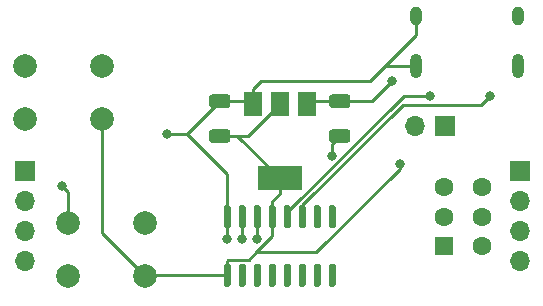
<source format=gbl>
%TF.GenerationSoftware,KiCad,Pcbnew,(5.1.9-0-10_14)*%
%TF.CreationDate,2021-03-22T12:23:30+08:00*%
%TF.ProjectId,Kernel,4b65726e-656c-42e6-9b69-6361645f7063,rev?*%
%TF.SameCoordinates,Original*%
%TF.FileFunction,Copper,L2,Bot*%
%TF.FilePolarity,Positive*%
%FSLAX46Y46*%
G04 Gerber Fmt 4.6, Leading zero omitted, Abs format (unit mm)*
G04 Created by KiCad (PCBNEW (5.1.9-0-10_14)) date 2021-03-22 12:23:30*
%MOMM*%
%LPD*%
G01*
G04 APERTURE LIST*
%TA.AperFunction,SMDPad,CuDef*%
%ADD10R,1.500000X2.000000*%
%TD*%
%TA.AperFunction,SMDPad,CuDef*%
%ADD11R,3.800000X2.000000*%
%TD*%
%TA.AperFunction,ComponentPad*%
%ADD12O,1.000000X2.100000*%
%TD*%
%TA.AperFunction,ComponentPad*%
%ADD13O,1.000000X1.600000*%
%TD*%
%TA.AperFunction,ComponentPad*%
%ADD14O,1.700000X1.700000*%
%TD*%
%TA.AperFunction,ComponentPad*%
%ADD15R,1.700000X1.700000*%
%TD*%
%TA.AperFunction,ComponentPad*%
%ADD16C,2.000000*%
%TD*%
%TA.AperFunction,ComponentPad*%
%ADD17C,1.600000*%
%TD*%
%TA.AperFunction,ComponentPad*%
%ADD18R,1.600000X1.600000*%
%TD*%
%TA.AperFunction,ViaPad*%
%ADD19C,0.800000*%
%TD*%
%TA.AperFunction,Conductor*%
%ADD20C,0.250000*%
%TD*%
G04 APERTURE END LIST*
D10*
%TO.P,U3,1*%
%TO.N,GND*%
X95490000Y-40030000D03*
%TO.P,U3,3*%
%TO.N,+5V*%
X100090000Y-40030000D03*
%TO.P,U3,2*%
%TO.N,+3V3*%
X97790000Y-40030000D03*
D11*
X97790000Y-46330000D03*
%TD*%
%TO.P,U2,16*%
%TO.N,+3V3*%
%TA.AperFunction,SMDPad,CuDef*%
G36*
G01*
X93195000Y-53570000D02*
X93495000Y-53570000D01*
G75*
G02*
X93645000Y-53720000I0J-150000D01*
G01*
X93645000Y-55370000D01*
G75*
G02*
X93495000Y-55520000I-150000J0D01*
G01*
X93195000Y-55520000D01*
G75*
G02*
X93045000Y-55370000I0J150000D01*
G01*
X93045000Y-53720000D01*
G75*
G02*
X93195000Y-53570000I150000J0D01*
G01*
G37*
%TD.AperFunction*%
%TO.P,U2,15*%
%TO.N,Net-(U2-Pad15)*%
%TA.AperFunction,SMDPad,CuDef*%
G36*
G01*
X94465000Y-53570000D02*
X94765000Y-53570000D01*
G75*
G02*
X94915000Y-53720000I0J-150000D01*
G01*
X94915000Y-55370000D01*
G75*
G02*
X94765000Y-55520000I-150000J0D01*
G01*
X94465000Y-55520000D01*
G75*
G02*
X94315000Y-55370000I0J150000D01*
G01*
X94315000Y-53720000D01*
G75*
G02*
X94465000Y-53570000I150000J0D01*
G01*
G37*
%TD.AperFunction*%
%TO.P,U2,14*%
%TO.N,Net-(U2-Pad14)*%
%TA.AperFunction,SMDPad,CuDef*%
G36*
G01*
X95735000Y-53570000D02*
X96035000Y-53570000D01*
G75*
G02*
X96185000Y-53720000I0J-150000D01*
G01*
X96185000Y-55370000D01*
G75*
G02*
X96035000Y-55520000I-150000J0D01*
G01*
X95735000Y-55520000D01*
G75*
G02*
X95585000Y-55370000I0J150000D01*
G01*
X95585000Y-53720000D01*
G75*
G02*
X95735000Y-53570000I150000J0D01*
G01*
G37*
%TD.AperFunction*%
%TO.P,U2,13*%
%TO.N,Net-(U2-Pad13)*%
%TA.AperFunction,SMDPad,CuDef*%
G36*
G01*
X97005000Y-53570000D02*
X97305000Y-53570000D01*
G75*
G02*
X97455000Y-53720000I0J-150000D01*
G01*
X97455000Y-55370000D01*
G75*
G02*
X97305000Y-55520000I-150000J0D01*
G01*
X97005000Y-55520000D01*
G75*
G02*
X96855000Y-55370000I0J150000D01*
G01*
X96855000Y-53720000D01*
G75*
G02*
X97005000Y-53570000I150000J0D01*
G01*
G37*
%TD.AperFunction*%
%TO.P,U2,12*%
%TO.N,Net-(U2-Pad12)*%
%TA.AperFunction,SMDPad,CuDef*%
G36*
G01*
X98275000Y-53570000D02*
X98575000Y-53570000D01*
G75*
G02*
X98725000Y-53720000I0J-150000D01*
G01*
X98725000Y-55370000D01*
G75*
G02*
X98575000Y-55520000I-150000J0D01*
G01*
X98275000Y-55520000D01*
G75*
G02*
X98125000Y-55370000I0J150000D01*
G01*
X98125000Y-53720000D01*
G75*
G02*
X98275000Y-53570000I150000J0D01*
G01*
G37*
%TD.AperFunction*%
%TO.P,U2,11*%
%TO.N,Net-(U2-Pad11)*%
%TA.AperFunction,SMDPad,CuDef*%
G36*
G01*
X99545000Y-53570000D02*
X99845000Y-53570000D01*
G75*
G02*
X99995000Y-53720000I0J-150000D01*
G01*
X99995000Y-55370000D01*
G75*
G02*
X99845000Y-55520000I-150000J0D01*
G01*
X99545000Y-55520000D01*
G75*
G02*
X99395000Y-55370000I0J150000D01*
G01*
X99395000Y-53720000D01*
G75*
G02*
X99545000Y-53570000I150000J0D01*
G01*
G37*
%TD.AperFunction*%
%TO.P,U2,10*%
%TO.N,Net-(U2-Pad10)*%
%TA.AperFunction,SMDPad,CuDef*%
G36*
G01*
X100815000Y-53570000D02*
X101115000Y-53570000D01*
G75*
G02*
X101265000Y-53720000I0J-150000D01*
G01*
X101265000Y-55370000D01*
G75*
G02*
X101115000Y-55520000I-150000J0D01*
G01*
X100815000Y-55520000D01*
G75*
G02*
X100665000Y-55370000I0J150000D01*
G01*
X100665000Y-53720000D01*
G75*
G02*
X100815000Y-53570000I150000J0D01*
G01*
G37*
%TD.AperFunction*%
%TO.P,U2,9*%
%TO.N,Net-(U2-Pad9)*%
%TA.AperFunction,SMDPad,CuDef*%
G36*
G01*
X102085000Y-53570000D02*
X102385000Y-53570000D01*
G75*
G02*
X102535000Y-53720000I0J-150000D01*
G01*
X102535000Y-55370000D01*
G75*
G02*
X102385000Y-55520000I-150000J0D01*
G01*
X102085000Y-55520000D01*
G75*
G02*
X101935000Y-55370000I0J150000D01*
G01*
X101935000Y-53720000D01*
G75*
G02*
X102085000Y-53570000I150000J0D01*
G01*
G37*
%TD.AperFunction*%
%TO.P,U2,8*%
%TO.N,Net-(U2-Pad8)*%
%TA.AperFunction,SMDPad,CuDef*%
G36*
G01*
X102085000Y-48620000D02*
X102385000Y-48620000D01*
G75*
G02*
X102535000Y-48770000I0J-150000D01*
G01*
X102535000Y-50420000D01*
G75*
G02*
X102385000Y-50570000I-150000J0D01*
G01*
X102085000Y-50570000D01*
G75*
G02*
X101935000Y-50420000I0J150000D01*
G01*
X101935000Y-48770000D01*
G75*
G02*
X102085000Y-48620000I150000J0D01*
G01*
G37*
%TD.AperFunction*%
%TO.P,U2,7*%
%TO.N,Net-(U2-Pad7)*%
%TA.AperFunction,SMDPad,CuDef*%
G36*
G01*
X100815000Y-48620000D02*
X101115000Y-48620000D01*
G75*
G02*
X101265000Y-48770000I0J-150000D01*
G01*
X101265000Y-50420000D01*
G75*
G02*
X101115000Y-50570000I-150000J0D01*
G01*
X100815000Y-50570000D01*
G75*
G02*
X100665000Y-50420000I0J150000D01*
G01*
X100665000Y-48770000D01*
G75*
G02*
X100815000Y-48620000I150000J0D01*
G01*
G37*
%TD.AperFunction*%
%TO.P,U2,6*%
%TO.N,Net-(J1-PadA7)*%
%TA.AperFunction,SMDPad,CuDef*%
G36*
G01*
X99545000Y-48620000D02*
X99845000Y-48620000D01*
G75*
G02*
X99995000Y-48770000I0J-150000D01*
G01*
X99995000Y-50420000D01*
G75*
G02*
X99845000Y-50570000I-150000J0D01*
G01*
X99545000Y-50570000D01*
G75*
G02*
X99395000Y-50420000I0J150000D01*
G01*
X99395000Y-48770000D01*
G75*
G02*
X99545000Y-48620000I150000J0D01*
G01*
G37*
%TD.AperFunction*%
%TO.P,U2,5*%
%TO.N,Net-(J1-PadA6)*%
%TA.AperFunction,SMDPad,CuDef*%
G36*
G01*
X98275000Y-48620000D02*
X98575000Y-48620000D01*
G75*
G02*
X98725000Y-48770000I0J-150000D01*
G01*
X98725000Y-50420000D01*
G75*
G02*
X98575000Y-50570000I-150000J0D01*
G01*
X98275000Y-50570000D01*
G75*
G02*
X98125000Y-50420000I0J150000D01*
G01*
X98125000Y-48770000D01*
G75*
G02*
X98275000Y-48620000I150000J0D01*
G01*
G37*
%TD.AperFunction*%
%TO.P,U2,4*%
%TO.N,+3V3*%
%TA.AperFunction,SMDPad,CuDef*%
G36*
G01*
X97005000Y-48620000D02*
X97305000Y-48620000D01*
G75*
G02*
X97455000Y-48770000I0J-150000D01*
G01*
X97455000Y-50420000D01*
G75*
G02*
X97305000Y-50570000I-150000J0D01*
G01*
X97005000Y-50570000D01*
G75*
G02*
X96855000Y-50420000I0J150000D01*
G01*
X96855000Y-48770000D01*
G75*
G02*
X97005000Y-48620000I150000J0D01*
G01*
G37*
%TD.AperFunction*%
%TO.P,U2,3*%
%TO.N,RXD*%
%TA.AperFunction,SMDPad,CuDef*%
G36*
G01*
X95735000Y-48620000D02*
X96035000Y-48620000D01*
G75*
G02*
X96185000Y-48770000I0J-150000D01*
G01*
X96185000Y-50420000D01*
G75*
G02*
X96035000Y-50570000I-150000J0D01*
G01*
X95735000Y-50570000D01*
G75*
G02*
X95585000Y-50420000I0J150000D01*
G01*
X95585000Y-48770000D01*
G75*
G02*
X95735000Y-48620000I150000J0D01*
G01*
G37*
%TD.AperFunction*%
%TO.P,U2,2*%
%TO.N,TXD*%
%TA.AperFunction,SMDPad,CuDef*%
G36*
G01*
X94465000Y-48620000D02*
X94765000Y-48620000D01*
G75*
G02*
X94915000Y-48770000I0J-150000D01*
G01*
X94915000Y-50420000D01*
G75*
G02*
X94765000Y-50570000I-150000J0D01*
G01*
X94465000Y-50570000D01*
G75*
G02*
X94315000Y-50420000I0J150000D01*
G01*
X94315000Y-48770000D01*
G75*
G02*
X94465000Y-48620000I150000J0D01*
G01*
G37*
%TD.AperFunction*%
%TO.P,U2,1*%
%TO.N,GND*%
%TA.AperFunction,SMDPad,CuDef*%
G36*
G01*
X93195000Y-48620000D02*
X93495000Y-48620000D01*
G75*
G02*
X93645000Y-48770000I0J-150000D01*
G01*
X93645000Y-50420000D01*
G75*
G02*
X93495000Y-50570000I-150000J0D01*
G01*
X93195000Y-50570000D01*
G75*
G02*
X93045000Y-50420000I0J150000D01*
G01*
X93045000Y-48770000D01*
G75*
G02*
X93195000Y-48620000I150000J0D01*
G01*
G37*
%TD.AperFunction*%
%TD*%
D12*
%TO.P,J1,S1*%
%TO.N,GND*%
X109345000Y-36785000D03*
X117985000Y-36785000D03*
D13*
X117985000Y-32605000D03*
X109345000Y-32605000D03*
%TD*%
%TO.P,C3,2*%
%TO.N,GND*%
%TA.AperFunction,SMDPad,CuDef*%
G36*
G01*
X93360001Y-40375000D02*
X92059999Y-40375000D01*
G75*
G02*
X91810000Y-40125001I0J249999D01*
G01*
X91810000Y-39474999D01*
G75*
G02*
X92059999Y-39225000I249999J0D01*
G01*
X93360001Y-39225000D01*
G75*
G02*
X93610000Y-39474999I0J-249999D01*
G01*
X93610000Y-40125001D01*
G75*
G02*
X93360001Y-40375000I-249999J0D01*
G01*
G37*
%TD.AperFunction*%
%TO.P,C3,1*%
%TO.N,+3V3*%
%TA.AperFunction,SMDPad,CuDef*%
G36*
G01*
X93360001Y-43325000D02*
X92059999Y-43325000D01*
G75*
G02*
X91810000Y-43075001I0J249999D01*
G01*
X91810000Y-42424999D01*
G75*
G02*
X92059999Y-42175000I249999J0D01*
G01*
X93360001Y-42175000D01*
G75*
G02*
X93610000Y-42424999I0J-249999D01*
G01*
X93610000Y-43075001D01*
G75*
G02*
X93360001Y-43325000I-249999J0D01*
G01*
G37*
%TD.AperFunction*%
%TD*%
%TO.P,C2,2*%
%TO.N,GND*%
%TA.AperFunction,SMDPad,CuDef*%
G36*
G01*
X102219999Y-42175000D02*
X103520001Y-42175000D01*
G75*
G02*
X103770000Y-42424999I0J-249999D01*
G01*
X103770000Y-43075001D01*
G75*
G02*
X103520001Y-43325000I-249999J0D01*
G01*
X102219999Y-43325000D01*
G75*
G02*
X101970000Y-43075001I0J249999D01*
G01*
X101970000Y-42424999D01*
G75*
G02*
X102219999Y-42175000I249999J0D01*
G01*
G37*
%TD.AperFunction*%
%TO.P,C2,1*%
%TO.N,+5V*%
%TA.AperFunction,SMDPad,CuDef*%
G36*
G01*
X102219999Y-39225000D02*
X103520001Y-39225000D01*
G75*
G02*
X103770000Y-39474999I0J-249999D01*
G01*
X103770000Y-40125001D01*
G75*
G02*
X103520001Y-40375000I-249999J0D01*
G01*
X102219999Y-40375000D01*
G75*
G02*
X101970000Y-40125001I0J249999D01*
G01*
X101970000Y-39474999D01*
G75*
G02*
X102219999Y-39225000I249999J0D01*
G01*
G37*
%TD.AperFunction*%
%TD*%
D14*
%TO.P,J4,2*%
%TO.N,TXD*%
X109220000Y-41910000D03*
D15*
%TO.P,J4,1*%
%TO.N,RXD*%
X111760000Y-41910000D03*
%TD*%
D16*
%TO.P,SW3,1*%
%TO.N,+3V3*%
X79860000Y-54610000D03*
%TO.P,SW3,2*%
%TO.N,IO13*%
X79860000Y-50110000D03*
%TO.P,SW3,1*%
%TO.N,+3V3*%
X86360000Y-54610000D03*
%TO.P,SW3,2*%
%TO.N,IO13*%
X86360000Y-50110000D03*
%TD*%
%TO.P,SW2,1*%
%TO.N,RST*%
X82700000Y-36830000D03*
%TO.P,SW2,2*%
%TO.N,+3V3*%
X82700000Y-41330000D03*
%TO.P,SW2,1*%
%TO.N,RST*%
X76200000Y-36830000D03*
%TO.P,SW2,2*%
%TO.N,+3V3*%
X76200000Y-41330000D03*
%TD*%
D14*
%TO.P,J3,4*%
%TO.N,GND*%
X118110000Y-53340000D03*
%TO.P,J3,3*%
%TO.N,IO2*%
X118110000Y-50800000D03*
%TO.P,J3,2*%
%TO.N,IO4*%
X118110000Y-48260000D03*
D15*
%TO.P,J3,1*%
%TO.N,IO5*%
X118110000Y-45720000D03*
%TD*%
D14*
%TO.P,J2,4*%
%TO.N,+3V3*%
X76200000Y-53340000D03*
%TO.P,J2,3*%
%TO.N,IO12*%
X76200000Y-50800000D03*
%TO.P,J2,2*%
%TO.N,IO14*%
X76200000Y-48260000D03*
D15*
%TO.P,J2,1*%
%TO.N,IO16*%
X76200000Y-45720000D03*
%TD*%
D17*
%TO.P,SW1,6*%
%TO.N,N/C*%
X114935000Y-47070000D03*
%TO.P,SW1,5*%
X114935000Y-49570000D03*
%TO.P,SW1,4*%
X114935000Y-52070000D03*
%TO.P,SW1,3*%
%TO.N,Net-(R1-Pad2)*%
X111735000Y-47070000D03*
%TO.P,SW1,2*%
%TO.N,IO0*%
X111735000Y-49570000D03*
D18*
%TO.P,SW1,1*%
%TO.N,GND*%
X111735000Y-52070000D03*
%TD*%
D19*
%TO.N,+3V3*%
X107950000Y-45085000D03*
%TO.N,GND*%
X93345000Y-51435000D03*
X102235000Y-44450000D03*
X88265000Y-42545000D03*
%TO.N,RXD*%
X95885000Y-51435000D03*
%TO.N,TXD*%
X94615000Y-51435000D03*
%TO.N,IO13*%
X79375000Y-46990000D03*
%TO.N,+5V*%
X107315000Y-38100000D03*
%TO.N,Net-(J1-PadA7)*%
X115570000Y-39370000D03*
%TO.N,Net-(J1-PadA6)*%
X110490000Y-39370000D03*
%TD*%
D20*
%TO.N,+3V3*%
X86425000Y-54545000D02*
X86360000Y-54610000D01*
X93345000Y-54545000D02*
X86425000Y-54545000D01*
X94210000Y-42750000D02*
X97790000Y-46330000D01*
X92710000Y-42750000D02*
X94210000Y-42750000D01*
X97790000Y-46330000D02*
X97790000Y-47625000D01*
X97155000Y-48260000D02*
X97155000Y-49595000D01*
X97790000Y-47625000D02*
X97155000Y-48260000D01*
X93345000Y-53340000D02*
X93345000Y-54545000D01*
X93440010Y-53244990D02*
X93345000Y-53340000D01*
X95148012Y-53244990D02*
X93440010Y-53244990D01*
X97155000Y-49595000D02*
X97155000Y-51238002D01*
X95070000Y-42750000D02*
X97790000Y-40030000D01*
X94210000Y-42750000D02*
X95070000Y-42750000D01*
X107950000Y-45526768D02*
X107950000Y-45085000D01*
X100870267Y-52606501D02*
X107950000Y-45526768D01*
X95786501Y-52606501D02*
X100870267Y-52606501D01*
X97155000Y-51238002D02*
X95786501Y-52606501D01*
X95786501Y-52606501D02*
X95148012Y-53244990D01*
X82700000Y-50950000D02*
X86360000Y-54610000D01*
X82700000Y-41330000D02*
X82700000Y-50950000D01*
%TO.N,GND*%
X95260000Y-39800000D02*
X95490000Y-40030000D01*
X92710000Y-39800000D02*
X95260000Y-39800000D01*
X89965000Y-42545000D02*
X92710000Y-39800000D01*
X88265000Y-42545000D02*
X89965000Y-42545000D01*
X93345000Y-45925000D02*
X89965000Y-42545000D01*
X93345000Y-49595000D02*
X93345000Y-45925000D01*
X95490000Y-38780000D02*
X96170000Y-38100000D01*
X95490000Y-40030000D02*
X95490000Y-38780000D01*
X96170000Y-38100000D02*
X105410000Y-38100000D01*
X105410000Y-38100000D02*
X106725000Y-36785000D01*
X106725000Y-36785000D02*
X109345000Y-36785000D01*
X109345000Y-34165000D02*
X109345000Y-32605000D01*
X106725000Y-36785000D02*
X109345000Y-34165000D01*
X102235000Y-43385000D02*
X102870000Y-42750000D01*
X102235000Y-44450000D02*
X102235000Y-43385000D01*
X93345000Y-51435000D02*
X93345000Y-49595000D01*
%TO.N,RXD*%
X95885000Y-49595000D02*
X95885000Y-51435000D01*
%TO.N,TXD*%
X94615000Y-49595000D02*
X94615000Y-51435000D01*
%TO.N,IO13*%
X79860000Y-47475000D02*
X79375000Y-46990000D01*
X79860000Y-50110000D02*
X79860000Y-47475000D01*
%TO.N,+5V*%
X100320000Y-39800000D02*
X100090000Y-40030000D01*
X102870000Y-39800000D02*
X100320000Y-39800000D01*
X105615000Y-39800000D02*
X102870000Y-39800000D01*
X107315000Y-38100000D02*
X105615000Y-39800000D01*
%TO.N,Net-(J1-PadA7)*%
X114844999Y-40095001D02*
X115570000Y-39370000D01*
X108219999Y-40095001D02*
X114844999Y-40095001D01*
X99695000Y-48620000D02*
X108219999Y-40095001D01*
X99695000Y-49595000D02*
X99695000Y-48620000D01*
%TO.N,Net-(J1-PadA6)*%
X108273232Y-39370000D02*
X98425000Y-49218232D01*
X98425000Y-49218232D02*
X98425000Y-49595000D01*
X110490000Y-39370000D02*
X108273232Y-39370000D01*
%TD*%
M02*

</source>
